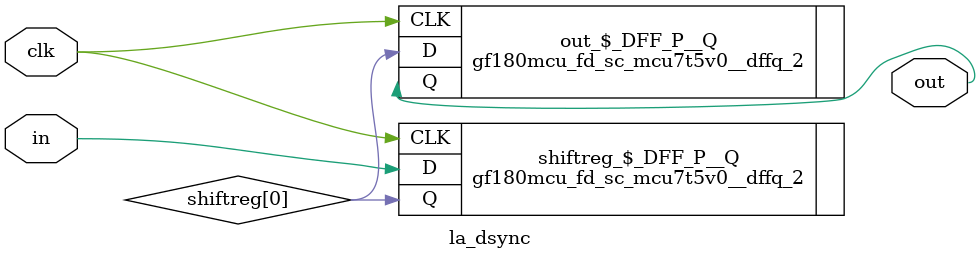
<source format=v>
/* Generated by Yosys 0.37 (git sha1 a5c7f69ed, clang 14.0.0-1ubuntu1.1 -fPIC -Os) */

module la_dsync(clk, in, out);
  input clk;
  wire clk;
  input in;
  wire in;
  output out;
  wire out;
  wire \shiftreg[0] ;
  gf180mcu_fd_sc_mcu7t5v0__dffq_2 \out_$_DFF_P__Q  (
    .CLK(clk),
    .D(\shiftreg[0] ),
    .Q(out)
  );
  gf180mcu_fd_sc_mcu7t5v0__dffq_2 \shiftreg_$_DFF_P__Q  (
    .CLK(clk),
    .D(in),
    .Q(\shiftreg[0] )
  );
endmodule

</source>
